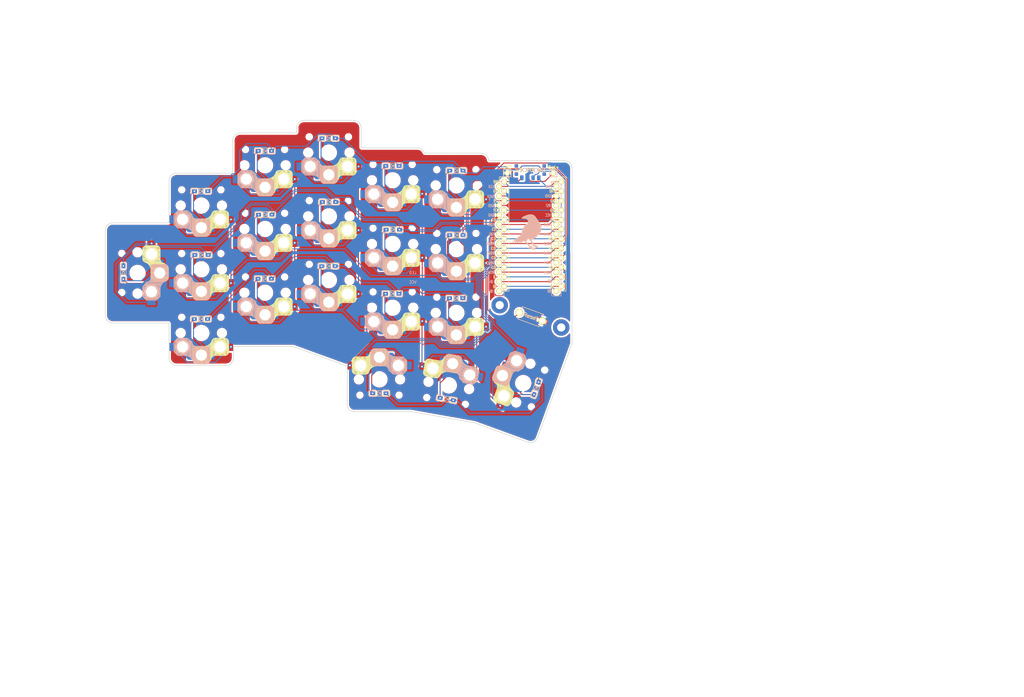
<source format=kicad_pcb>
(kicad_pcb (version 20211014) (generator pcbnew)
  (title_block (title "Raven Split 38-Key PCB (choc-hotswap-n!n)") (date "2023-10-22") (rev "0.1") (company "Joe Love"))
  (layers (0 "F.Cu" signal) (31 "B.Cu" signal) (34 "B.Paste" user) (35 "F.Paste" user) (36 "B.SilkS" user "B.Silkscreen") (37 "F.SilkS" user "F.Silkscreen") (38 "B.Mask" user) (39 "F.Mask" user) (44 "Edge.Cuts" user))
  (net 0 "")
  (net 1 "row0")
  (net 2 "row1")
  (net 3 "Net-(D2-Pad2)")
  (net 4 "row2")
  (net 5 "Net-(D3-Pad2)")
  (net 6 "row3")
  (net 7 "Net-(D4-Pad2)")
  (net 8 "Net-(D5-Pad2)")
  (net 9 "Net-(D6-Pad2)")
  (net 10 "Net-(D7-Pad2)")
  (net 11 "Net-(D8-Pad2)")
  (net 12 "Net-(D9-Pad2)")
  (net 13 "Net-(D10-Pad2)")
  (net 14 "Net-(D11-Pad2)")
  (net 15 "Net-(D12-Pad2)")
  (net 16 "Net-(D14-Pad2)")
  (net 17 "Net-(D15-Pad2)")
  (net 18 "Net-(D16-Pad2)")
  (net 19 "Net-(D17-Pad2)")
  (net 20 "Net-(D18-Pad2)")
  (net 21 "Net-(D19-Pad2)")
  (net 22 "Net-(D20-Pad2)")
  (net 23 "Net-(D21-Pad2)")
  (net 24 "GND")
  (net 25 "VCC")
  (net 26 "col0")
  (net 27 "col1")
  (net 28 "col2")
  (net 29 "col3")
  (net 30 "col4")
  (net 31 "col5")
  (net 32 "LED")
  (net 33 "data")
  (net 34 "reset")
  (net 35 "SCL")
  (net 36 "SDA")
  (net 37 "Net-(U1-Pad14)")
  (net 38 "Net-(U1-Pad13)")
  (net 39 "Net-(U1-Pad12)")
  (net 40 "Net-(U1-Pad11)")
  (net 41 "Net-(U1-Pad24)")
  (net 42 "Bat+")
  (footprint "kbd:D3_SMD" (layer "F.Cu") (at 65.6207 63.0157 180)
    (fp_text reference "D2" hide)
    (fp_text value "D" hide)
  )
  (footprint "kbd:D3_SMD" (layer "F.Cu") (at 82.6207 52.2657 180)
    (fp_text reference "D3" hide)
    (fp_text value "D" hide)
  )
  (footprint "kbd:D3_SMD" (layer "F.Cu") (at 99.6207 48.8907 180)
    (fp_text reference "D4" hide)
    (fp_text value "D" hide)
  )
  (footprint "kbd:D3_SMD" (layer "F.Cu") (at 116.6207 56.2657 180)
    (fp_text reference "D5" hide)
    (fp_text value "D" hide)
  )
  (footprint "kbd:D3_SMD" (layer "F.Cu") (at 133.6707 57.5157 180)
    (fp_text reference "D6" hide)
    (fp_text value "D" hide)
  )
  (footprint "kbd:D3_SMD" (layer "F.Cu") (at 44.8957 84.7157 -90)
    (fp_text reference "D7" hide)
    (fp_text value "D" hide)
  )
  (footprint "kbd:D3_SMD" (layer "F.Cu") (at 65.7207 80.0157 180)
    (fp_text reference "D8" hide)
    (fp_text value "D" hide)
  )
  (footprint "kbd:D3_SMD" (layer "F.Cu") (at 82.7207 69.2657 180)
    (fp_text reference "D9" hide)
    (fp_text value "D" hide)
  )
  (footprint "kbd:D3_SMD" (layer "F.Cu") (at 99.7207 65.8907 180)
    (fp_text reference "D10" hide)
    (fp_text value "D" hide)
  )
  (footprint "kbd:D3_SMD" (layer "F.Cu") (at 116.7207 73.2657 180)
    (fp_text reference "D11" hide)
    (fp_text value "D" hide)
  )
  (footprint "kbd:D3_SMD" (layer "F.Cu") (at 133.6707 74.7157 180)
    (fp_text reference "D12" hide)
    (fp_text value "D" hide)
  )
  (footprint "kbd:D3_SMD" (layer "F.Cu") (at 65.5707 97.1157 180)
    (fp_text reference "D14" hide)
    (fp_text value "D" hide)
  )
  (footprint "kbd:D3_SMD" (layer "F.Cu") (at 82.5707 86.3657 180)
    (fp_text reference "D15" hide)
    (fp_text value "D" hide)
  )
  (footprint "kbd:D3_SMD" (layer "F.Cu") (at 99.5707 82.9907 180)
    (fp_text reference "D16" hide)
    (fp_text value "D" hide)
  )
  (footprint "kbd:D3_SMD" (layer "F.Cu") (at 116.5707 90.3657 180)
    (fp_text reference "D17" hide)
    (fp_text value "D" hide)
  )
  (footprint "kbd:D3_SMD" (layer "F.Cu") (at 133.6207 91.5657 180)
    (fp_text reference "D18" hide)
    (fp_text value "D" hide)
  )
  (footprint "kbd:D3_SMD" (layer "F.Cu") (at 113.1457 116.9407 180)
    (fp_text reference "D19" hide)
    (fp_text value "D" hide)
  )
  (footprint "kbd:D3_SMD" (layer "F.Cu") (at 131.0912 118.4863 170)
    (fp_text reference "D20" hide)
    (fp_text value "D" hide)
  )
  (footprint "kbd:D3_SMD" (layer "F.Cu") (at 154.9698 115.5937 -110)
    (fp_text reference "D21" hide)
    (fp_text value "D" hide)
  )
  (footprint "kbd:Choc_Hotswap" (layer "F.Cu") (at 65.6707 66.8407 180)
    (fp_text reference "SW2" hide)
    (fp_text value "SW_PUSH" hide)
  )
  (footprint "kbd:Choc_Hotswap" (layer "F.Cu") (at 82.6707 56.0907 180)
    (fp_text reference "SW3" hide)
    (fp_text value "SW_PUSH" hide)
  )
  (footprint "kbd:Choc_Hotswap" (layer "F.Cu") (at 99.6707 52.7157 180)
    (fp_text reference "SW4" hide)
    (fp_text value "SW_PUSH" hide)
  )
  (footprint "kbd:Choc_Hotswap" (layer "F.Cu") (at 116.6707 60.0907 180)
    (fp_text reference "SW5" hide)
    (fp_text value "SW_PUSH" hide)
  )
  (footprint "kbd:Choc_Hotswap" (layer "F.Cu") (at 133.6707 61.4657 180)
    (fp_text reference "SW6" hide)
    (fp_text value "SW_PUSH" hide)
  )
  (footprint "kbd:Choc_Hotswap" (layer "F.Cu") (at 48.6707 84.8157 -90)
    (fp_text reference "SW7" hide)
    (fp_text value "SW_PUSH" hide)
  )
  (footprint "kbd:Choc_Hotswap" (layer "F.Cu") (at 65.6707 83.8407 180)
    (fp_text reference "SW8" hide)
    (fp_text value "SW_PUSH" hide)
  )
  (footprint "kbd:Choc_Hotswap" (layer "F.Cu") (at 82.6707 73.0907 180)
    (fp_text reference "SW9" hide)
    (fp_text value "SW_PUSH" hide)
  )
  (footprint "kbd:Choc_Hotswap" (layer "F.Cu") (at 99.6707 69.7157 180)
    (fp_text reference "SW10" hide)
    (fp_text value "SW_PUSH" hide)
  )
  (footprint "kbd:Choc_Hotswap" (layer "F.Cu") (at 116.6707 77.0907 180)
    (fp_text reference "SW11" hide)
    (fp_text value "SW_PUSH" hide)
  )
  (footprint "kbd:Choc_Hotswap" (layer "F.Cu") (at 133.6707 78.4657 180)
    (fp_text reference "SW12" hide)
    (fp_text value "SW_PUSH" hide)
  )
  (footprint "kbd:Choc_Hotswap" (layer "F.Cu") (at 65.6707 100.8407 180)
    (fp_text reference "SW14" hide)
    (fp_text value "SW_PUSH" hide)
  )
  (footprint "kbd:Choc_Hotswap" (layer "F.Cu") (at 82.6707 90.0907 180)
    (fp_text reference "SW15" hide)
    (fp_text value "SW_PUSH" hide)
  )
  (footprint "kbd:Choc_Hotswap" (layer "F.Cu") (at 99.6707 86.7157 180)
    (fp_text reference "SW16" hide)
    (fp_text value "SW_PUSH" hide)
  )
  (footprint "kbd:Choc_Hotswap" (layer "F.Cu") (at 116.6707 94.0907 180)
    (fp_text reference "SW17" hide)
    (fp_text value "SW_PUSH" hide)
  )
  (footprint "kbd:Choc_Hotswap" (layer "F.Cu") (at 133.6707 95.4657 180)
    (fp_text reference "SW18" hide)
    (fp_text value "SW_PUSH" hide)
  )
  (footprint "kbd:Choc_Hotswap" (layer "F.Cu") (at 113.1707 113.2157)
    (fp_text reference "SW19" hide)
    (fp_text value "SW_PUSH" hide)
  )
  (footprint "kbd:Choc_Hotswap" (layer "F.Cu") (at 131.6491 114.8238 -10)
    (fp_text reference "SW20" hide)
    (fp_text value "SW_PUSH" hide)
  )
  (footprint "kbd:ProMicro_v2" (layer "F.Cu") (at 153.9707 74.9407)
    (fp_text reference "U1" hide)
    (fp_text value "ProMicro" hide)
  )
  (footprint "kbd:ResetSW" (layer "F.Cu") (at 153.4957 96.4907 160)
    (fp_text reference "RSW1" hide)
    (fp_text value "Reset")
  )
  (footprint "kbd:Choc_Hotswap_1.5u" (layer "F.Cu") (at 151.5 114.2 70)
    (fp_text reference "SW21" hide)
    (fp_text value "SW_PUSH" hide)
  )
  (footprint "Kailh:SPDT_C128955" (layer "F.Cu") (at 153.3707 57.3657)
    (fp_text reference "SW_POWER")
    (fp_text value "SW_SPDT" hide)
  )
  (footprint "LOGO" (layer "F.Cu") (at 152.321931 73.949057)
    (fp_text reference "G***" hide)
    (fp_text value "LOGO" hide)
  )
  (footprint "MountingHole:MountingHole_2.2mm_M2_Pad" (layer "F.Cu") (at 161.6207 99.3657)
    (fp_text reference "M2_1" hide)
    (fp_text value "MountingHole_2.2mm_M2_Pad" hide)
  )
  (footprint "kbd:1pin_conn" (layer "F.Cu") (at 147.2457 58.1657)
    (fp_text reference "GND")
    (fp_text value "MountingHole_Pad" hide)
  )
  (footprint "kbd:1pin_conn" (layer "F.Cu") (at 159.4957 58.1657)
    (fp_text reference "Bat+")
    (fp_text value "MountingHole_Pad" hide)
  )
  (footprint "MountingHole:MountingHole_2.2mm_M2_Pad" (layer "F.Cu") (at 145.2207 93.4157)
    (fp_text reference "M2_0" hide)
    (fp_text value "MountingHole_2.2mm_M2_Pad" hide)
  )
  (footprint "Kailh:SPDT_C128955" (layer "B.Cu") (at 153.3707 57.3657 180)
    (fp_text reference "SW_POWER")
    (fp_text value "SW_SPDT" hide)
  )
  (footprint "LOGO" (layer "B.Cu") (at 152.4 73.95 180)
    (fp_text reference "G***" hide)
    (fp_text value "LOGO" hide)
  )
  (gr_line (start 90.8707 47.4657) (end 76.0707 47.4657) (layer "Edge.Cuts") (width 0.15))
  (gr_line (start 123.2707 51.4657) (end 108.4707 51.4657) (layer "Edge.Cuts") (width 0.15))
  (gr_line (start 106.2707 44.1157) (end 93.0707 44.1157) (layer "Edge.Cuts") (width 0.15))
  (gr_line (start 57.0707 98.3657) (end 57.0707 107.4657) (layer "Edge.Cuts") (width 0.15))
  (gr_line (start 74.2707 107.4657) (end 74.2707 104.6657) (layer "Edge.Cuts") (width 0.15))
  (gr_arc (start 104.3707 109.6157) (mid 104.510456 109.739196) (end 104.5707 109.9157) (layer "Edge.Cuts") (width 0.15))
  (gr_line (start 121.7207 121.8157) (end 138.545756 124.810697) (layer "Edge.Cuts") (width 0.15))
  (gr_line (start 108.2707 51.2657) (end 108.2707 46.1157) (layer "Edge.Cuts") (width 0.15))
  (gr_line (start 40.070699 73.4657) (end 40.0707 96.165699) (layer "Edge.Cuts") (width 0.15))
  (gr_arc (start 42.0707 98.1657) (mid 40.656486 97.579913) (end 40.0707 96.165699) (layer "Edge.Cuts") (width 0.15))
  (gr_arc (start 125.3207 52.8657) (mid 125.195686 52.824039) (end 125.1207 52.7157) (layer "Edge.Cuts") (width 0.15))
  (gr_arc (start 106.2707 44.1157) (mid 107.684914 44.701486) (end 108.2707 46.1157) (layer "Edge.Cuts") (width 0.15))
  (gr_line (start 121.6707 121.8157) (end 121.7207 121.8157) (layer "Edge.Cuts") (width 0.15))
  (gr_arc (start 74.2707 104.6657) (mid 74.329279 104.524279) (end 74.4707 104.4657) (layer "Edge.Cuts") (width 0.15))
  (gr_line (start 73.8707 58.2157) (end 59.0707 58.2157) (layer "Edge.Cuts") (width 0.15))
  (gr_arc (start 74.0707 49.4657) (mid 74.656486 48.051486) (end 76.0707 47.4657) (layer "Edge.Cuts") (width 0.15))
  (gr_line (start 56.8707 71.4657) (end 42.0707 71.4657) (layer "Edge.Cuts") (width 0.15))
  (gr_line (start 152.762431 129.980753) (end 138.545756 124.810697) (layer "Edge.Cuts") (width 0.15))
  (gr_arc (start 59.0707 109.4657) (mid 57.656486 108.879914) (end 57.0707 107.4657) (layer "Edge.Cuts") (width 0.15))
  (gr_arc (start 123.2707 51.4657) (mid 124.387056 51.807494) (end 125.1207 52.7157) (layer "Edge.Cuts") (width 0.15))
  (gr_arc (start 155.325857 128.785408) (mid 154.29174 129.91404) (end 152.762431 129.980753) (layer "Edge.Cuts") (width 0.15))
  (gr_line (start 104.5707 119.8157) (end 104.5707 109.9157) (layer "Edge.Cuts") (width 0.15))
  (gr_line (start 74.4707 104.4657) (end 89.9457 104.4407) (layer "Edge.Cuts") (width 0.15))
  (gr_line (start 106.5707 121.8157) (end 121.6707 121.8157) (layer "Edge.Cuts") (width 0.15))
  (gr_arc (start 57.0707 71.2657) (mid 57.012121 71.407121) (end 56.8707 71.4657) (layer "Edge.Cuts") (width 0.15))
  (gr_arc (start 40.070699 73.4657) (mid 40.656486 72.051486) (end 42.0707 71.4657) (layer "Edge.Cuts") (width 0.15))
  (gr_line (start 140.2707 52.8657) (end 125.3207 52.8657) (layer "Edge.Cuts") (width 0.15))
  (gr_arc (start 164.492247 103.542106) (mid 164.487351 103.648405) (end 164.452247 103.748859) (layer "Edge.Cuts") (width 0.15))
  (gr_arc (start 162.506486 54.8657) (mid 163.920709 55.451481) (end 164.506486 56.8657) (layer "Edge.Cuts") (width 0.15))
  (gr_line (start 164.492247 103.542106) (end 164.506486 56.8657) (layer "Edge.Cuts") (width 0.15))
  (gr_line (start 104.3707 109.6157) (end 90.3707 104.520154) (layer "Edge.Cuts") (width 0.15))
  (gr_line (start 91.0707 46.1157) (end 91.0707 47.2657) (layer "Edge.Cuts") (width 0.15))
  (gr_line (start 59.0707 109.4657) (end 72.2707 109.4657) (layer "Edge.Cuts") (width 0.15))
  (gr_line (start 74.0707 49.4657) (end 74.0707 58.0157) (layer "Edge.Cuts") (width 0.15))
  (gr_arc (start 91.0707 46.1157) (mid 91.656486 44.701486) (end 93.0707 44.1157) (layer "Edge.Cuts") (width 0.15))
  (gr_arc (start 142.4707 54.8657) (mid 142.329279 54.807121) (end 142.2707 54.6657) (layer "Edge.Cuts") (width 0.15))
  (gr_arc (start 74.0707 58.0157) (mid 74.012121 58.157121) (end 73.8707 58.2157) (layer "Edge.Cuts") (width 0.15))
  (gr_arc (start 74.2707 107.4657) (mid 73.684914 108.879914) (end 72.2707 109.4657) (layer "Edge.Cuts") (width 0.15))
  (gr_arc (start 140.2707 52.8657) (mid 141.616059 53.381965) (end 142.2707 54.6657) (layer "Edge.Cuts") (width 0.15))
  (gr_arc (start 106.5707 121.8157) (mid 105.156486 121.229914) (end 104.5707 119.8157) (layer "Edge.Cuts") (width 0.15))
  (gr_arc (start 89.9457 104.4407) (mid 90.161843 104.460937) (end 90.3707 104.520154) (layer "Edge.Cuts") (width 0.15))
  (gr_line (start 142.4707 54.8657) (end 162.506486 54.8657) (layer "Edge.Cuts") (width 0.15))
  (gr_arc (start 91.0707 47.2657) (mid 91.012121 47.407121) (end 90.8707 47.4657) (layer "Edge.Cuts") (width 0.15))
  (gr_arc (start 56.8707 98.1657) (mid 57.012121 98.224279) (end 57.0707 98.3657) (layer "Edge.Cuts") (width 0.15))
  (gr_arc (start 108.4707 51.4657) (mid 108.329279 51.407121) (end 108.2707 51.2657) (layer "Edge.Cuts") (width 0.15))
  (gr_line (start 164.452247 103.748859) (end 155.325857 128.785408) (layer "Edge.Cuts") (width 0.15))
  (gr_arc (start 57.0707 60.2157) (mid 57.656486 58.801486) (end 59.0707 58.2157) (layer "Edge.Cuts") (width 0.15))
  (gr_line (start 42.0707 98.1657) (end 56.8707 98.1657) (layer "Edge.Cuts") (width 0.15))
  (gr_line (start 57.0707 60.2157) (end 57.0707 71.2657) (layer "Edge.Cuts") (width 0.15))
  (gr_text "VCC" (at 122.0707 87.2657) (layer "B.SilkS") (effects (font (size 0.7 0.7) (thickness 0.125)) (justify mirror)))
  (gr_text "GND" (at 121.970701 82.0657) (layer "B.SilkS") (effects (font (size 0.7 0.7) (thickness 0.125)) (justify mirror)))
  (gr_text "LED" (at 122.0707 84.7657) (layer "B.SilkS") (effects (font (size 0.7 0.7) (thickness 0.125)) (justify mirror)))
  (segment (start 158.783449 76.9727) (end 160.053449 75.7027) (width 0.25) (layer "F.Cu") (net 1))
  (segment (start 145.0807 76.9727) (end 158.783449 76.9727) (width 0.25) (layer "F.Cu") (net 1))
  (segment (start 160.053449 75.7027) (end 161.6271 75.7027) (width 0.25) (layer "F.Cu") (net 1))
  (via (at 67.3957 63.0157) (size 0.8) (drill 0.4) (layers "F.Cu" "B.Cu") (net 1))
  (via (at 135.44 57.51) (size 0.8) (drill 0.4) (layers "F.Cu" "B.Cu") (net 1))
  (via (at 101.4025 48.8975) (size 0.8) (drill 0.4) (layers "F.Cu" "B.Cu") (net 1))
  (via (at 118.3957 56.2657) (size 0.8) (drill 0.4) (layers "F.Cu" "B.Cu") (net 1))
  (via (at 84.3957 52.2657) (size 0.8) (drill 0.4) (layers "F.Cu" "B.Cu") (net 1))
  (segment (start 162.7141 59.8141) (end 160.0422 57.1422) (width 0.25) (layer "B.Cu") (net 1))
  (segment (start 103.5975 48.8975) (end 101.4025 48.8975) (width 0.25) (layer "B.Cu") (net 1))
  (segment (start 71.4114 59) (end 73.3 59) (width 0.25) (layer "B.Cu") (net 1))
  (segment (start 162.7141 74.6157) (end 162.7141 59.8141) (width 0.25) (layer "B.Cu") (net 1))
  (segment (start 132.945699 55.015699) (end 135.44 57.51) (width 0.25) (layer "B.Cu") (net 1))
  (segment (start 117.145699 55.015699) (end 109.715699 55.015699) (width 0.25) (layer "B.Cu") (net 1))
  (segment (start 83.225 50.325) (end 84.3957 51.4957) (width 0.25) (layer "B.Cu") (net 1))
  (segment (start 73.95 58.35) (end 74.55 58.35) (width 0.25) (layer "B.Cu") (net 1))
  (segment (start 77.778961 50.325) (end 83.225 50.325) (width 0.25) (layer "B.Cu") (net 1))
  (segment (start 160.0422 57.1422) (end 156.4422 57.1422) (width 0.25) (layer "B.Cu") (net 1))
  (segment (start 75.895699 57.004301) (end 75.895699 52.208262) (width 0.25) (layer "B.Cu") (net 1))
  (segment (start 74.55 58.35) (end 75.895699 57.004301) (width 0.25) (layer "B.Cu") (net 1))
  (segment (start 155.55 56.25) (end 156.4422 57.1422) (width 0.25) (layer "B.Cu") (net 1))
  (segment (start 136.070701 58.140701) (end 139.259299 58.140701) (width 0.25) (layer "B.Cu") (net 1))
  (segment (start 96.85 47.75) (end 100.255 47.75) (width 0.25) (layer "B.Cu") (net 1))
  (segment (start 147.027448 56.5) (end 147.877448 57.35) (width 0.25) (layer "B.Cu") (net 1))
  (segment (start 101.3957 48.8907) (end 101.4025 48.8975) (width 0.25) (layer "B.Cu") (net 1))
  (segment (start 139.259299 58.140701) (end 140.9 56.5) (width 0.25) (layer "B.Cu") (net 1))
  (segment (start 101.4025 48.8975) (end 101.895701 49.390701) (width 0.25) (layer "B.Cu") (net 1))
  (segment (start 100.255 47.75) (end 101.3957 48.8907) (width 0.25) (layer "B.Cu") (net 1))
  (segment (start 67.3957 63.0157) (end 71.4114 59) (width 0.25) (layer "B.Cu") (net 1))
  (segment (start 73.3 59) (end 73.95 58.35) (width 0.25) (layer "B.Cu") (net 1))
  (segment (start 147.877448 57.35) (end 150.1364 57.35) (width 0.25) (layer "B.Cu") (net 1))
  (segment (start 150.1364 57.35) (end 151.2364 56.25) (width 0.25) (layer "B.Cu") (net 1))
  (segment (start 93.584301 51.015699) (end 96.85 47.75) (width 0.25) (layer "B.Cu") (net 1))
  (segment (start 85.645701 51.015699) (end 93.584301 51.015699) (width 0.25) (layer "B.Cu") (net 1))
  (segment (start 140.9 56.5) (end 147.027448 56.5) (width 0.25) (layer "B.Cu") (net 1))
  (segment (start 135.4457 57.5157) (end 136.070701 58.140701) (width 0.25) (layer "B.Cu") (net 1))
  (segment (start 151.2364 56.25) (end 155.55 56.25) (width 0.25) (layer "B.Cu") (net 1))
  (segment (start 84.3957 52.2657) (end 85.645701 51.015699) (width 0.25) (layer "B.Cu") (net 1))
  (segment (start 84.3957 51.4957) (end 84.3957 52.2657) (width 0.25) (layer "B.Cu") (net 1))
  (segment (start 161.6271 75.7027) (end 162.7141 74.6157) (width 0.25) (layer "B.Cu") (net 1))
  (segment (start 75.895699 52.208262) (end 77.778961 50.325) (width 0.25) (layer "B.Cu") (net 1))
  (segment (start 118.3957 56.2657) (end 119.645701 55.015699) (width 0.25) (layer "B.Cu") (net 1))
  (segment (start 135.44 57.51) (end 135.4457 57.5157) (width 0.25) (layer "B.Cu") (net 1))
  (segment (start 109.715699 55.015699) (end 103.5975 48.8975) (width 0.25) (layer "B.Cu") (net 1))
  (segment (start 118.3957 56.2657) (end 117.145699 55.015699) (width 0.25) (layer "B.Cu") (net 1))
  (segment (start 119.645701 55.015699) (end 132.945699 55.015699) (width 0.25) (layer "B.Cu") (net 1))
  (segment (start 156.4 57.1) (end 159.877448 57.1) (width 0.25) (layer "F.Cu") (net 2))
  (segment (start 155.55 56.25) (end 156.4 57.1) (width 0.25) (layer "F.Cu") (net 2))
  (segment (start 145.0807 79.5127) (end 158.783449 79.5127) (width 0.25) (layer "F.Cu") (net 2))
  (segment (start 151.25 56.25) (end 155.55 56.25) (width 0.25) (layer "F.Cu") (net 2))
  (segment (start 150.4593 57.0407) (end 151.25 56.25) (width 0.25) (layer "F.Cu") (net 2))
  (segment (start 137.894049 63.290699) (end 139.15 63.290699) (width 0.25) (layer "F.Cu") (net 2))
  (segment (start 136.795699 72.240697) (end 136.795699 64.389049) (width 0.25) (layer "F.Cu") (net 2))
  (segment (start 145.399999 57.0407) (end 150.4593 57.0407) (width 0.25) (layer "F.Cu") (net 2))
  (segment (start 139.15 63.290699) (end 145.399999 57.0407) (width 0.25) (layer "F.Cu") (net 2))
  (segment (start 162.7141 59.936652) (end 162.7141 77.1557) (width 0.25) (layer "F.Cu") (net 2))
  (segment (start 162.7141 77.1557) (end 161.6271 78.2427) (width 0.25) (layer "F.Cu") (net 2))
  (segment (start 136.795699 64.389049) (end 137.894049 63.290699) (width 0.25) (layer "F.Cu") (net 2))
  (segment (start 135.4 73.636396) (end 136.795699 72.240697) (width 0.25) (layer "F.Cu") (net 2))
  (segment (start 159.877448 57.1) (end 162.7141 59.936652) (width 0.25) (layer "F.Cu") (net 2))
  (segment (start 135.4 74.67) (end 135.4 73.636396) (width 0.25) (layer "F.Cu") (net 2))
  (segment (start 158.783449 79.5127) (end 160.053449 78.2427) (width 0.25) (layer "F.Cu") (net 2))
  (segment (start 160.053449 78.2427) (end 161.6271 78.2427) (width 0.25) (layer "F.Cu") (net 2))
  (segment (start 135.44 74.71) (end 135.4 74.67) (width 0.25) (layer "F.Cu") (net 2))
  (via (at 135.44 74.71) (size 0.8) (drill 0.4) (layers "F.Cu" "B.Cu") (net 2))
  (via (at 118.4957 73.2657) (size 0.8) (drill 0.4) (layers "F.Cu" "B.Cu") (net 2))
  (via (at 84.4957 69.2657) (size 0.8) (drill 0.4) (layers "F.Cu" "B.Cu") (net 2))
  (via (at 44.8957 82.9407) (size 0.8) (drill 0.4) (layers "F.Cu" "B.Cu") (net 2))
  (via (at 67.4957 80.0157) (size 0.8) (drill 0.4) (layers "F.Cu" "B.Cu") (net 2))
  (via (at 101.4957 65.8907) (size 0.8) (drill 0.4) (layers "F.Cu" "B.Cu") (net 2))
  (segment (start 135.44 74.71) (end 135.4457 74.7157) (width 0.25) (layer "B.Cu") (net 2))
  (segment (start 48.540235 77.4) (end 44.8957 81.044535) (width 0.25) (layer "B.Cu") (net 2))
  (segment (start 78.325701 69.360699) (end 78.325701 67.414656) (width 0.25) (layer "B.Cu") (net 2))
  (segment (start 118.4957 71.8457) (end 117.45 70.8) (width 0.25) (layer "B.Cu") (net 2))
  (segment (start 108.937561 70.8) (end 104.028261 65.8907) (width 0.25) (layer "B.Cu") (net 2))
  (segment (start 118.4957 73.2657) (end 118.4957 71.8457) (width 0.25) (layer "B.Cu") (net 2))
  (segment (start 90.7614 63) (end 98.95 63) (width 0.25) (layer "B.Cu") (net 2))
  (segment (start 121.484299 73.765701) (end 127.71326 73.765701) (width 0.25) (layer "B.Cu") (net 2))
  (segment (start 134.4 71.75) (end 135.4457 72.7957) (width 0.25) (layer "B.Cu") (net 2))
  (segment (start 117.45 70.8) (end 108.937561 70.8) (width 0.25) (layer "B.Cu") (net 2))
  (segment (start 120.984298 73.2657) (end 121.484299 73.765701) (width 0.25) (layer "B.Cu") (net 2))
  (segment (start 84.4957 69.2657) (end 90.7614 63) (width 0.25) (layer "B.Cu") (net 2))
  (segment (start 52.140699 77.940699) (end 51.6 77.4) (width 0.25) (layer "B.Cu") (net 2))
  (segment (start 65.420699 77.940699) (end 52.140699 77.940699) (width 0.25) (layer "B.Cu") (net 2))
  (segment (start 67.4957 80.0157) (end 65.420699 77.940699) (width 0.25) (layer "B.Cu") (net 2))
  (segment (start 51.6 77.4) (end 48.540235 77.4) (width 0.25) (layer "B.Cu") (net 2))
  (segment (start 83.45 66.65) (end 84.4957 67.6957) (width 0.25) (layer "B.Cu") (net 2))
  (segment (start 127.71326 73.765701) (end 129.728961 71.75) (width 0.25) (layer "B.Cu") (net 2))
  (segment (start 67.4957 80.0157) (end 67.6707 80.0157) (width 0.25) (layer "B.Cu") (net 2))
  (segment (start 67.6707 80.0157) (end 78.325701 69.360699) (width 0.25) (layer "B.Cu") (net 2))
  (segment (start 129.728961 71.75) (end 134.4 71.75) (width 0.25) (layer "B.Cu") (net 2))
  (segment (start 84.4957 67.6957) (end 84.4957 69.2657) (width 0.25) (layer "B.Cu") (net 2))
  (segment (start 78.325701 67.414656) (end 79.090357 66.65) (width 0.25) (layer "B.Cu") (net 2))
  (segment (start 98.95 63) (end 101.4957 65.5457) (width 0.25) (layer "B.Cu") (net 2))
  (segment (start 101.4957 65.5457) (end 101.4957 65.8907) (width 0.25) (layer "B.Cu") (net 2))
  (segment (start 118.4957 73.2657) (end 120.984298 73.2657) (width 0.25) (layer "B.Cu") (net 2))
  (segment (start 135.4457 72.7957) (end 135.4457 74.7157) (width 0.25) (layer "B.Cu") (net 2))
  (segment (start 104.028261 65.8907) (end 101.4957 65.8907) (width 0.25) (layer "B.Cu") (net 2))
  (segment (start 44.8957 81.044535) (end 44.8957 82.9407) (width 0.25) (layer "B.Cu") (net 2))
  (segment (start 79.090357 66.65) (end 83.45 66.65) (width 0.25) (layer "B.Cu") (net 2))
  (segment (start 62.8707 72.7407) (end 62.8707 63.9907) (width 0.25) (layer "F.Cu") (net 3))
  (segment (start 62.8707 63.9907) (end 63.8457 63.0157) (width 0.25) (layer "F.Cu") (net 3))
  (via (at 63.8457 63.0157) (size 0.8) (drill 0.4) (layers "F.Cu" "B.Cu") (net 3))
  (segment (start 63.595699 63.265701) (end 63.595699 67.865699) (width 0.25) (layer "B.Cu") (net 3))
  (segment (start 63.8457 63.0157) (end 63.595699 63.265701) (width 0.25) (layer "B.Cu") (net 3))
  (segment (start 63.595699 67.865699) (end 68.4707 72.7407) (width 0.25) (layer "B.Cu") (net 3))
  (segment (start 158.904544 55.4907) (end 146.313603 55.4907) (width 0.25) (layer "F.Cu") (net 4))
  (segment (start 161.6271 80.7827) (end 163.1641 79.2457) (width 0.25) (layer "F.Cu") (net 4))
  (segment (start 137.895699 62.652653) (end 136.345699 64.202653) (width 0.25) (layer "F.Cu") (net 4))
  (segment (start 135.745701 83.645701) (end 136.795699 84.695699) (width 0.25) (layer "F.Cu") (net 4))
  (segment (start 146.313603 55.4907) (end 141.613604 60.190699) (width 0.25) (layer "F.Cu") (net 4))
  (segment (start 159.7173 80.7827) (end 161.6271 80.7827) (width 0.25) (layer "F.Cu") (net 4))
  (segment (start 134.25 76.1) (end 135.745701 77.595701) (width 0.25) (layer "F.Cu") (net 4))
  (segment (start 134.25 74.15) (end 134.25 76.1) (width 0.25) (layer "F.Cu") (net 4))
  (segment (start 136.795699 90.165701) (end 135.3957 91.5657) (width 0.25) (layer "F.Cu") (net 4))
  (segment (start 158.4473 82.0527) (end 159.7173 80.7827) (width 0.25) (layer "F.Cu") (net 4))
  (segment (start 145.0807 82.0527) (end 158.4473 82.0527) (width 0.25) (layer "F.Cu") (net 4))
  (segment (start 163.1641 79.2457) (end 163.1641 59.750256) (width 0.25) (layer "F.Cu") (net 4))
  (segment (start 136.345699 72.054301) (end 134.25 74.15) (width 0.25) (layer "F.Cu") (net 4))
  (segment (start 136.345699 64.202653) (end 136.345699 72.054301) (width 0.25) (layer "F.Cu") (net 4))
  (segment (start 163.1641 59.750256) (end 158.904544 55.4907) (width 0.25) (layer "F.Cu") (net 4))
  (segment (start 141.613604 60.190699) (end 138.642577 60.190699) (width 0.25) (layer "F.Cu") (net 4))
  (segment (start 138.642577 60.190699) (end 137.895699 60.937577) (width 0.25) (layer "F.Cu") (net 4))
  (segment (start 137.895699 60.937577) (end 137.895699 62.652653) (width 0.25) (layer "F.Cu") (net 4))
  (segment (start 135.745701 77.595701) (end 135.745701 83.645701) (width 0.25) (layer "F.Cu") (net 4))
  (segment (start 136.795699 84.695699) (end 136.795699 90.165701) (width 0.25) (layer "F.Cu") (net 4))
  (via (at 118.3457 90.3657) (size 0.8) (drill 0.4) (layers "F.Cu" "B.Cu") (net 4))
  (via (at 101.3457 82.9907) (size 0.8) (drill 0.4) (layers "F.Cu" "B.Cu") (net 4))
  (via (at 84.3343 86.3657) (size 0.8) (drill 0.4) (layers "F.Cu" "B.Cu") (net 4))
  (via (at 67.3457 97.1157) (size 0.8) (drill 0.4) (layers "F.Cu" "B.Cu") (net 4))
  (via (at 135.3957 91.5657) (size 0.8) (drill 0.4) (layers "F.Cu" "B.Cu") (net 4))
  (segment (start 79.85 84) (end 82.5 84) (width 0.25) (layer "B.Cu") (net 4))
  (segment (start 101.3457 82.9907) (end 104.128261 82.9907) (width 0.25) (layer "B.Cu") (net 4))
  (segment (start 84.3457 85.8457) (end 84.3457 86.3657) (width 0.25) (layer "B.Cu") (net 4))
  (segment (start 90.4364 80.45) (end 84.5207 86.3657) (width 0.25) (layer "B.Cu") (net 4))
  (segment (start 119.695701 89.015699) (end 123.215699 89.015699) (width 0.25) (layer "B.Cu") (net 4))
  (segment (start 67.5207 97.1157) (end 78.4932 86.1432) (width 0.25) (layer "B.Cu") (net 4))
  (segment (start 82.5 84) (end 84.3457 85.8457) (width 0.25) (layer "B.Cu") (net 4))
  (segment (start 84.3343 86.3657) (end 84.3457 86.3657) (width 0.25) (layer "B.Cu") (net 4))
  (segment (start 124.45 90.25) (end 134.08 90.25) (width 0.25) (layer "B.Cu") (net 4))
  (segment (start 118.3457 90.3657) (end 119.695701 89.015699) (width 0.25) (layer "B.Cu") (net 4))
  (segment (start 115.38 87.4) (end 118.3457 90.3657) (width 0.25) (layer "B.Cu") (net 4))
  (segment (start 78.4932 86.1432) (end 78.4932 85.3568) (width 0.25) (layer "B.Cu") (net 4))
  (segment (start 123.215699 89.015699) (end 124.45 90.25) (width 0.25) (layer "B.Cu") (net 4))
  (segment (start 78.4932 85.3568) (end 79.85 84) (width 0.25) (layer "B.Cu") (net 4))
  (segment (start 104.128261 82.9907) (end 108.53756 87.4) (width 0.25) (layer "B.Cu") (net 4))
  (segment (start 108.53756 87.4) (end 115.38 87.4) (width 0.25) (layer "B.Cu") (net 4))
  (segment (start 67.3457 97.1157) (end 67.5207 97.1157) (width 0.25) (layer "B.Cu") (net 4))
  (segment (start 101.3457 82.9907) (end 98.805 80.45) (width 0.25) (layer "B.Cu") (net 4))
  (segment (start 134.08 90.25) (end 135.3957 91.5657) (width 0.25) (layer "B.Cu") (net 4))
  (segment (start 84.5207 86.3657) (end 84.3457 86.3657) (width 0.25) (layer "B.Cu") (net 4))
  (segment (start 98.805 80.45) (end 90.4364 80.45) (width 0.25) (layer "B.Cu") (net 4))
  (segment (start 79.8707 61.9907) (end 79.8707 53.2407) (width 0.25) (layer "F.Cu") (net 5))
  (segment (start 79.8707 53.2407) (end 80.8457 52.2657) (width 0.25) (layer "F.Cu") (net 5))
  (via (at 80.8457 52.2657) (size 0.8) (drill 0.4) (layers "F.Cu" "B.Cu") (net 5))
  (segment (start 83.63 60.15) (end 85.4707 61.9907) (width 0.25) (layer "B.Cu") (net 5))
  (segment (start 80.595699 52.515701) (end 80.595699 57.495699) (width 0.25) (layer "B.Cu") (net 5))
  (segment (start 80.595699 57.495699) (end 83.25 60.15) (width 0.25) (layer "B.Cu") (net 5))
  (segment (start 83.25 60.15) (end 83.63 60.15) (width 0.25) (layer "B.Cu") (net 5))
  (segment (start 80.8457 52.2657) (end 80.595699 52.515701) (width 0.25) (layer "B.Cu") (net 5))
  (segment (start 157.874701 94.375299) (end 162.7141 89.5359) (width 0.25) (layer "F.Cu") (net 6))
  (segment (start 157.874701 98.151098) (end 157.874701 94.375299) (width 0.25) (layer "F.Cu") (net 6))
  (segment (start 160.053449 83.3227) (end 161.6271 83.3227) (width 0.25) (layer "F.Cu") (net 6))
  (segment (start 155.576886 113.925746) (end 155.576886 100.448913) (width 0.25) (layer "F.Cu") (net 6))
  (segment (start 158.783449 84.5927) (end 160.053449 83.3227) (width 0.25) (layer "F.Cu") (net 6))
  (segment (start 155.224701 113.573561) (end 155.576886 113.925746) (width 0.25) (layer "F.Cu") (net 6))
  (segment (start 155.576886 100.448913) (end 157.874701 98.151098) (width 0.25) (layer "F.Cu") (net 6))
  (segment (start 162.7141 89.5359) (end 162.7141 84.4097) (width 0.25) (layer "F.Cu") (net 6))
  (segment (start 162.7141 84.4097) (end 161.6271 83.3227) (width 0.25) (layer "F.Cu") (net 6))
  (segment (start 145.0807 84.5927) (end 158.783449 84.5927) (width 0.25) (layer "F.Cu") (net 6))
  (via (at 132.839234 118.794526) (size 0.8) (drill 0.4) (layers "F.Cu" "B.Cu") (net 6))
  (via (at 114.9207 116.9407) (size 0.8) (drill 0.4) (layers "F.Cu" "B.Cu") (net 6))
  (via (at 155.576886 113.925746) (size 0.8) (drill 0.4) (layers "F.Cu" "B.Cu") (net 6))
  (segment (start 153.220242 122.220242) (end 156.55 118.890483) (width 0.25) (layer "B.Cu") (net 6))
  (segment (start 132.839234 118.794526) (end 133.751125 118.794526) (width 0.25) (layer "B.Cu") (net 6))
  (segment (start 156.55 118.890483) (end 156.55 114.89886) (width 0.25) (layer "B.Cu") (net 6))
  (segment (start 137.176841 122.220242) (end 153.220242 122.220242) (width 0.25) (layer "B.Cu") (net 6))
  (segment (start 156.55 114.89886) (end 155.576886 113.925746) (width 0.25) (layer "B.Cu") (net 6))
  (segment (start 117.98 120) (end 129.65 120) (width 0.25) (layer "B.Cu") (net 6))
  (segment (start 129.65 120) (end 130.855474 118.794526) (width 0.25) (layer "B.Cu") (net 6))
  (segment (start 133.751125 118.794526) (end 137.176841 122.220242) (width 0.25) (layer "B.Cu") (net 6))
  (segment (start 155.224701 113.573561) (end 155.576886 113.925746) (width 0.25) (layer "B.Cu") (net 6))
  (segment (start 130.855474 118.794526) (end 132.839234 118.794526) (width 0.25) (layer "B.Cu") (net 6))
  (segment (start 114.9207 116.9407) (end 117.98 120) (width 0.25) (layer "B.Cu") (net 6))
  (segment (start 96.8707 58.6157) (end 96.8707 49.8657) (width 0.25) (layer "F.Cu") (net 7))
  (segment (start 96.8707 49.8657) (end 97.8457 48.8907) (width 0.25) (layer "F.Cu") (net 7))
  (via (at 97.8457 48.8907) (size 0.8) (drill 0.4) (layers "F.Cu" "B.Cu") (net 7))
  (segment (start 97.8457 48.8907) (end 97.595699 49.140701) (width 0.25) (layer "B.Cu") (net 7))
  (segment (start 97.595699 53.740699) (end 102.4707 58.6157) (width 0.25) (layer "B.Cu") (net 7))
  (segment (start 97.595699 49.140701) (end 97.595699 53.740699) (width 0.25) (layer "B.Cu") (net 7))
  (segment (start 113.8707 65.9907) (end 113.8707 57.2407) (width 0.25) (layer "F.Cu") (net 8))
  (segment (start 113.8707 57.2407) (end 114.8457 56.2657) (width 0.25) (layer "F.Cu") (net 8))
  (via (at 114.8457 56.2657) (size 0.8) (drill 0.4) (layers "F.Cu" "B.Cu") (net 8))
  (segment (start 114.8457 56.2657) (end 114.595699 56.515701) (width 0.25) (layer "B.Cu") (net 8))
  (segment (start 114.595699 56.515701) (end 114.595699 61.115699) (width 0.25) (layer "B.Cu") (net 8))
  (segment (start 114.595699 61.115699) (end 119.4707 65.9907) (width 0.25) (layer "B.Cu") (net 8))
  (segment (start 130.8707 58.5407) (end 131.8957 57.5157) (width 0.25) (layer "F.Cu") (net 9))
  (segment (start 130.8707 67.3657) (end 130.8707 58.5407) (width 0.25) (layer "F.Cu") (net 9))
  (via (at 131.8957 57.5157) (size 0.8) (drill 0.4) (layers "F.Cu" "B.Cu") (net 9))
  (segment (start 131.8957 57.5157) (end 131.595699 57.815701) (width 0.25) (layer "B.Cu") (net 9))
  (segment (start 131.595699 62.490699) (end 136.4707 67.3657) (width 0.25) (layer "B.Cu") (net 9))
  (segment (start 131.595699 57.815701) (end 131.595699 62.490699) (width 0.25) (layer "B.Cu") (net 9))
  (segment (start 54.5707 87.6157) (end 46.0207 87.6157) (width 0.25) (layer "F.Cu") (net 10))
  (segment (start 46.0207 87.6157) (end 44.8957 86.4907) (width 0.25) (layer "F.Cu") (net 10))
  (via (at 44.8957 86.4907) (size 0.8) (drill 0.4) (layers "F.Cu" "B.Cu") (net 10))
  (segment (start 45.295701 86.890701) (end 49.695699 86.890701) (width 0.25) (layer "B.Cu") (net 10))
  (segment (start 49.695699 86.890701) (end 54.5707 82.0157) (width 0.25) (layer "B.Cu") (net 10))
  (segment (start 44.8957 86.4907) (end 45.295701 86.890701) (width 0.25) (layer "B.Cu") (net 10))
  (segment (start 62.8707 81.0907) (end 63.9307 80.0307) (width 0.25) (layer "F.Cu") (net 11))
  (segment (start 63.9307 80.0307) (end 63.9457 80.0157) (width 0.25) (layer "F.Cu") (net 11))
  (segment (start 62.8707 89.7407) (end 62.8707 81.0907) (width 0.25) (layer "F.Cu") (net 11))
  (via (at 63.9307 80.0307) (size 0.8) (drill 0.4) (layers "F.Cu" "B.Cu") (net 11))
  (segment (start 63.9457 80.0157) (end 63.595699 80.365701) (width 0.25) (layer "B.Cu") (net 11))
  (segment (start 63.595699 84.865699) (end 68.4707 89.7407) (width 0.25) (layer "B.Cu") (net 11))
  (segment (start 63.595699 80.365701) (end 63.595699 84.865699) (width 0.25) (layer "B.Cu") (net 11))
  (segment (start 79.8707 70.3407) (end 80.9457 69.2657) (width 0.25) (layer "F.Cu") (net 12))
  (segment (start 79.8707 78.9907) (end 79.8707 70.3407) (width 0.25) (layer "F.Cu") (net 12))
  (via (at 80.9457 69.2657) (size 0.8) (drill 0.4) (layers "F.Cu" "B.Cu") (net 12))
  (segment (start 80.9457 69.2657) (end 80.595699 69.615701) (width 0.25) (layer "B.Cu") (net 12))
  (segment (start 80.595699 69.615701) (end 80.595699 74.115699) (width 0.25) (layer "B.Cu") (net 12))
  (segment (start 80.595699 74.115699) (end 85.4707 78.9907) (width 0.25) (layer "B.Cu") (net 12))
  (segment (start 96.8707 75.6157) (end 96.8707 66.9657) (width 0.25) (layer "F.Cu") (net 13))
  (segment (start 96.8707 66.9657) (end 97.9457 65.8907) (width 0.25) (layer "F.Cu") (net 13))
  (via (at 97.9457 65.8907) (size 0.8) (drill 0.4) (layers "F.Cu" "B.Cu") (net 13))
  (segment (start 97.595699 70.740699) (end 102.4707 75.6157) (width 0.25) (layer "B.Cu") (net 13))
  (segment (start 97.9457 65.8907) (end 97.595699 66.240701) (width 0.25) (layer "B.Cu") (net 13))
  (segment (start 97.595699 66.240701) (end 97.595699 70.740699) (width 0.25) (layer "B.Cu") (net 13))
  (segment (start 113.8707 74.3407) (end 114.9457 73.2657) (width 0.25) (layer "F.Cu") (net 14))
  (segment (start 113.8707 82.9907) (end 113.8707 74.3407) (width 0.25) (layer "F.Cu") (net 14))
  (via (at 114.9457 73.2657) (size 0.8) (drill 0.4) (layers "F.Cu" "B.Cu") (net 14))
  (segment (start 114.9457 73.2657) (end 114.595699 73.615701) (width 0.25) (layer "B.Cu") (net 14))
  (segment (start 114.595699 73.615701) (end 114.595699 78.115699) (width 0.25) (layer "B.Cu") (net 14))
  (segment (start 114.595699 78.115699) (end 119.4707 82.9907) (width 0.25) (layer "B.Cu") (net 14))
  (segment (start 130.545701 76.065699) (end 131.8957 74.7157) (width 0.25) (layer "F.Cu") (net 15))
  (segment (start 130.545701 84.040701) (end 130.545701 76.065699) (width 0.25) (layer "F.Cu") (net 15))
  (segment (start 131.8957 74.7157) (end 131.2843 74.7157) (width 0.25) (layer "F.Cu") (net 15))
  (segment (start 130.8707 84.3657) (end 130.545701 84.040701) (width 0.25) (layer "F.Cu") (net 15))
  (via (at 131.8957 74.7157) (size 0.8) (drill 0.4) (layers "F.Cu" "B.Cu") (net 15))
  (segment (start 131.595699 75.015701) (end 131.595699 79.490699) (width 0.25) (layer "B.Cu") (net 15))
  (segment (start 131.8957 74.7157) (end 131.595699 75.015701) (width 0.25) (layer "B.Cu") (net 15))
  (segment (start 131.595699 79.490699) (end 136.4707 84.3657) (width 0.25) (layer "B.Cu") (net 15))
  (segment (start 62.8707 106.7407) (end 62.8707 98.0407) (width 0.25) (layer "F.Cu") (net 16))
  (segment (start 62.8707 98.0407) (end 63.7957 97.1157) (width 0.25) (layer "F.Cu") (net 16))
  (via (at 63.7957 97.1157) (size 0.8) (drill 0.4) (layers "F.Cu" "B.Cu") (net 16))
  (segment (start 63.7957 97.1157) (end 63.595699 97.315701) (width 0.25) (layer "B.Cu") (net 16))
  (segment (start 63.595699 101.865699) (end 68.4707 106.7407) (width 0.25) (layer "B.Cu") (net 16))
  (segment (start 63.595699 97.315701) (end 63.595699 101.865699) (width 0.25) (layer "B.Cu") (net 16))
  (segment (start 79.8707 87.2907) (end 80.7957 86.3657) (width 0.25) (layer "F.Cu") (net 17))
  (segment (start 79.8707 95.9907) (end 79.8707 87.2907) (width 0.25) (layer "F.Cu") (net 17))
  (via (at 80.7957 86.3657) (size 0.8) (drill 0.4) (layers "F.Cu" "B.Cu") (net 17))
  (segment (start 80.595699 91.115699) (end 85.4707 95.9907) (width 0.25) (layer "B.Cu") (net 17))
  (segment (start 80.7957 86.3657) (end 80.595699 86.565701) (width 0.25) (layer "B.Cu") (net 17))
  (segment (start 80.595699 86.565701) (end 80.595699 91.115699) (width 0.25) (layer "B.Cu") (net 17))
  (segment (start 97.7432 83.0432) (end 97.7957 82.9907) (width 0.25) (layer "F.Cu") (net 18))
  (segment (start 96.8707 92.6157) (end 96.8707 83.9157) (width 0.25) (layer "F.Cu") (net 18))
  (segment (start 96.8707 83.9157) (end 97.7432 83.0432) (width 0.25) (layer "F.Cu") (net 18))
  (via (at 97.7432 83.0432) (size 0.8) (drill 0.4) (layers "F.Cu" "B.Cu") (net 18))
  (segment (start 97.7957 82.9907) (end 97.595699 83.190701) (width 0.25) (layer "B.Cu") (net 18))
  (segment (start 97.595699 87.740699) (end 102.4707 92.6157) (width 0.25) (layer "B.Cu") (net 18))
  (segment (start 97.595699 83.190701) (end 97.595699 87.740699) (width 0.25) (layer "B.Cu") (net 18))
  (segment (start 113.8707 91.2907) (end 114.7957 90.3657) (width 0.25) (layer "F.Cu") (net 19))
  (segment (start 113.8707 99.9907) (end 113.8707 91.2907) (width 0.25) (layer "F.Cu") (net 19))
  (via (at 114.7957 90.3657) (size 0.8) (drill 0.4) (layers "F.Cu" "B.Cu") (net 19))
  (segment (start 114.7957 90.3657) (end 114.595699 90.565701) (width 0.25) (layer "B.Cu") (net 19))
  (segment (start 114.595699 95.115699) (end 119.4707 99.9907) (width 0.25) (layer "B.Cu") (net 19))
  (segment (start 114.595699 90.565701) (end 114.595699 95.115699) (width 0.25) (layer "B.Cu") (net 19))
  (segment (start 130.8707 92.5407) (end 131.8457 91.5657) (width 0.25) (layer "F.Cu") (net 20))
  (segment (start 130.8707 101.3657) (end 130.8707 92.5407) (width 0.25) (layer "F.Cu") (net 20))
  (via (at 131.8457 91.5657) (size 0.8) (drill 0.4) (layers "F.Cu" "B.Cu") (net 20))
  (segment (start 131.8457 91.5657) (end 131.595699 91.815701) (width 0.25) (layer "B.Cu") (net 20))
  (segment (start 131.595699 96.490699) (end 136.4707 101.3657) (width 0.25) (layer "B.Cu") (net 20))
  (segment (start 131.595699 91.815701) (end 131.595699 96.490699) (width 0.25) (layer "B.Cu") (net 20))
  (segment (start 111.095699 116.665699) (end 111.095699 112.190701) (width 0.25) (layer "F.Cu") (net 21))
  (segment (start 111.3707 116.9407) (end 111.095699 116.665699) (width 0.25) (layer "F.Cu") (net 21))
  (segment (start 111.095699 112.190701) (end 115.9707 107.3157) (width 0.25) (layer "F.Cu") (net 21))
  (via (at 111.3707 116.9407) (size 0.8) (drill 0.4) (layers "F.Cu" "B.Cu") (net 21))
  (segment (start 110.3707 115.9407) (end 111.3707 116.9407) (width 0.25) (layer "B.Cu") (net 21))
  (segment (start 110.3707 107.3157) (end 110.3707 115.9407) (width 0.25) (layer "B.Cu") (net 21))
  (segment (start 129.343166 114.195239) (end 132.64997 110.888435) (width 0.25) (layer "F.Cu") (net 22))
  (segment (start 129.343166 118.178074) (end 129.343166 114.195239) (width 0.25) (layer "F.Cu") (net 22))
  (segment (start 132.64997 110.888435) (end 134.0423 110.888435) (width 0.25) (layer "F.Cu") (net 22))
  (segment (start 134.0423 110.888435) (end 135.431086 109.499649) (width 0.25) (layer "F.Cu") (net 22))
  (via (at 129.343166 118.178074) (size 0.8) (drill 0.4) (layers "F.Cu" "B.Cu") (net 22))
  (segment (start 129.916163 108.527219) (end 129.343166 109.100216) (width 0.25) (layer "B.Cu") (net 22))
  (segment (start 129.343166 109.100216) (end 129.343166 118.178074) (width 0.25) (layer "B.Cu") (net 22))
  (segment (start 154.362714 117.261654) (end 151.261654 117.261654) (width 0.25) (layer "F.Cu") (net 23))
  (segment (start 147.830815 110.468287) (end 146.91347 109.550942) (width 0.25) (layer "F.Cu") (net 23))
  (segment (start 151.261654 117.261654) (end 147.830815 113.830815) (width 0.25) (layer "F.Cu") (net 23))
  (segment (start 147.830815 113.830815) (end 147.830815 110.468287) (width 0.25) (layer "F.Cu") (net 23))
  (via (at 154.362714 117.261654) (size 0.8) (drill 0.4) (layers "F.Cu" "B.Cu") (net 23))
  (segment (start 144.998157 114.81322) (end 146.168753 114.81322) (width 0.25) (layer "B.Cu") (net 23))
  (segment (start 148.617187 117.261654) (end 154.362714 117.261654) (width 0.25) (layer "B.Cu") (net 23))
  (segment (start 146.168753 114.81322) (end 148.617187 117.261654) (width 0.25) (layer "B.Cu") (net 23))
  (segment (start 143.1457 71.2877) (end 145.0807 69.3527) (width 0.25) (layer "F.Cu") (net 24))
  (segment (start 143.8907 90.8907) (end 142.4707 89.4707) (width 0.25) (layer "F.Cu") (net 24))
  (segment (start 157.7807 66.8127) (end 160.3207 64.2727) (width 0.25) (layer "F.Cu") (net 24))
  (segment (start 145.0807 66.8127) (end 157.7807 66.8127) (width 0.25) (layer "F.Cu") (net 24))
  (segment (start 149.838136 90.8907) (end 143.8907 90.8907) (width 0.25) (layer "F.Cu") (net 24))
  (segment (start 142.4707 84.565696) (end 143.1457 83.890696) (width 0.25) (layer "F.Cu") (net 24))
  (segment (start 156.549701 97.602265) (end 149.838136 90.8907) (width 0.25) (layer "F.Cu") (net 24))
  (segment (start 143.1457 83.890696) (end 143.1457 71.2877) (width 0.25) (layer "F.Cu") (net 24))
  (segment (start 142.4707 89.4707) (end 142.4707 84.565696) (width 0.25) (layer "F.Cu") (net 24))
  (segment (start 146.4071 63.0027) (end 145.877525 62.473125) (width 0.25) (layer "B.Cu") (net 24))
  (segment (start 160.3571 64.2727) (end 161.6271 65.5427) (width 0.25) (layer "B.Cu") (net 24))
  (segment (start 161.6271 65.5427) (end 161.6271 68.0827) (width 0.25) (layer "B.Cu") (net 24))
  (segment (start 160.3207 64.2727) (end 160.3571 64.2727) (width 0.25) (layer "B.Cu") (net 24))
  (segment (start 145.0807 69.3527) (end 145.0807 66.8127) (width 0.25) (layer "B.Cu") (net 24))
  (segment (start 159.0507 68.0827) (end 160.3207 69.3527) (width 0.25) (layer "B.Cu") (net 25))
  (segment (start 146.4071 68.0827) (end 159.0507 68.0827) (width 0.25) (layer "B.Cu") (net 25))
  (via (at 52.4 76.95) (size 0.8) (drill 0.4) (layers "F.Cu" "B.Cu") (net 26))
  (segment (start 129.542565 71.3) (end 143.1 71.3) (width 0.25) (layer "B.Cu") (net 26))
  (segment (start 90.575004 62.55) (end 99.136396 62.55) (width 0.25) (layer "B.Cu") (net 26))
  (segment (start 78.903961 66.2) (end 86.925004 66.2) (width 0.25) (layer "B.Cu") (net 26))
  (segment (start 143.7773 70.6227) (end 146.4071 70.6227) (width 0.25) (layer "B.Cu") (net 26))
  (segment (start 105.253138 64.640699) (end 105.765701 65.153262) (width 0.25) (layer "B.Cu") (net 26))
  (segment (start 76.325002 70.725002) (end 76.325002 68.778959) (width 0.25) (layer "B.Cu") (net 26))
  (segment (start 159.0507 70.6227) (end 160.3207 71.8927) (width 0.25) (layer "B.Cu") (net 26))
  (segment (start 105.765701 66.991744) (end 109.123957 70.35) (width 0.25) (layer "B.Cu") (net 26))
  (segment (start 101.227095 64.640699) (end 105.253138 64.640699) (width 0.25) (layer "B.Cu") (net 26))
  (segment (start 69.559305 77.490699) (end 76.325002 70.725002) (width 0.25) (layer "B.Cu") (net 26))
  (segment (start 127.526864 73.315701) (end 129.542565 71.3) (width 0.25) (layer "B.Cu") (net 26))
  (segment (start 52.940699 77.490699) (end 69.559305 77.490699) (width 0.25) (layer "B.Cu") (net 26))
  (segment (start 146.4071 70.6227) (end 159.0507 70.6227) (width 0.25) (layer "B.Cu") (net 26))
  (segment (start 48.353839 76.95) (end 52.4 76.95) (width 0.25) (layer "B.Cu") (net 26))
  (segment (start 105.765701 65.153262) (end 105.765701 66.991744) (width 0.25) (layer "B.Cu") (net 26))
  (segment (start 99.136396 62.55) (end 101.227095 64.640699) (width 0.25) (layer "B.Cu") (net 26))
  (segment (start 123.55314 73.315701) (end 127.526864 73.315701) (width 0.25) (layer "B.Cu") (net 26))
  (segment (start 45.813261 92.6157) (end 42.9 89.702439) (width 0.25) (layer "B.Cu") (net 26))
  (segment (start 42.9 89.702439) (end 42.9 82.403839) (width 0.25) (layer "B.Cu") (net 26))
  (segment (start 52.4 76.95) (end 52.940699 77.490699) (width 0.25) (layer "B.Cu") (net 26))
  (segment (start 42.9 82.403839) (end 48.353839 76.95) (width 0.25) (layer "B.Cu") (net 26))
  (segment (start 52.3707 92.6157) (end 45.813261 92.6157) (width 0.25) (layer "B.Cu") (net 26))
  (segment (start 117.636396 70.35) (end 119.302095 72.015699) (width 0.25) (layer "B.Cu") (net 26))
  (segment (start 76.325002 68.778959) (end 78.903961 66.2) (width 0.25) (layer "B.Cu") (net 26))
  (segment (start 86.925004 66.2) (end 90.575004 62.55) (width 0.25) (layer "B.Cu") (net 26))
  (segment (start 109.123957 70.35) (end 117.636396 70.35) (width 0.25) (layer "B.Cu") (net 26))
  (segment (start 119.302095 72.015699) (end 122.253138 72.015699) (width 0.25) (layer "B.Cu") (net 26))
  (segment (start 122.253138 72.015699) (end 123.55314 73.315701) (width 0.25) (layer "B.Cu") (net 26))
  (segment (start 143.1 71.3) (end 143.7773 70.6227) (width 0.25) (layer "B.Cu") (net 26))
  (segment (start 73.5707 104.5407) (end 73.5707 87.5407) (width 0.25) (layer "F.Cu") (net 27))
  (segment (start 73.5707 87.5407) (end 73.5707 70.5407) (width 0.25) (layer "F.Cu") (net 27))
  (via (at 73.5707 104.5407) (size 0.8) (drill 0.4) (layers "F.Cu" "B.Cu") (net 27))
  (via (at 73.5707 87.5407) (size 0.8) (drill 0.4) (layers "F.Cu" "B.Cu") (net 27))
  (via (at 73.5707 70.5407) (size 0.8) (drill 0.4) (layers "F.Cu" "B.Cu") (net 27))
  (segment (start 142.4 82.361705) (end 142.4 75.576149) (width 0.25) (layer "B.Cu") (net 27))
  (segment (start 129.768604 86.7) (end 133.6 86.7) (width 0.25) (layer "B.Cu") (net 27))
  (segment (start 133.609299 86.690701) (end 138.071004 86.690701) (width 0.25) (layer "B.Cu") (net 27))
  (segment (start 89.597796 78.4) (end 103.93 78.4) (width 0.25) (layer "B.Cu") (net 27))
  (segment (start 86.682095 81.315701) (end 89.597796 78.4) (width 0.25) (layer "B.Cu") (net 27))
  (segment (start 61.945701 91.615701) (end 69.495699 91.615701) (width 0.25) (layer "B.Cu") (net 27))
  (segment (start 103.93 78.4) (end 110.98 85.45) (width 0.25) (layer "B.Cu") (net 27))
  (segment (start 57.8707 70.5407) (end 61.945701 74.615701) (width 0.25) (layer "B.Cu") (net 27))
  (segment (start 146.4071 73.1627) (end 159.0507 73.1627) (width 0.25) (layer "B.Cu") (net 27))
  (segment (start 77.884299 81.315701) (end 86.682095 81.315701) (width 0.25) (layer "B.Cu") (net 27))
  (segment (start 159.0507 73.1627) (end 160.3207 74.4327) (width 0.25) (layer "B.Cu") (net 27))
  (segment (start 57.8707 104.5407) (end 61.945701 108.615701) (width 0.25) (layer "B.Cu") (net 27))
  (segment (start 138.071004 86.690701) (end 142.4 82.361705) (width 0.25) (layer "B.Cu") (net 27))
  (segment (start 61.945701 108.615701) (end 69.495699 108.615701) (width 0.25) (layer "B.Cu") (net 27))
  (segment (start 144.813449 73.1627) (end 146.4071 73.1627) (width 0.25) (layer "B.Cu") (net 27))
  (segment (start 57.8707 87.5407) (end 61.945701 91.615701) (width 0.25) (layer "B.Cu") (net 27))
  (segment (start 69.495699 108.615701) (end 73.5707 104.5407) (width 0.25) (layer "B.Cu") (net 27))
  (segment (start 69.495699 91.615701) (end 73.5707 87.5407) (width 0.25) (layer "B.Cu") (net 27))
  (segment (start 73.5707 87.5407) (end 73.5707 85.6293) (width 0.25) (layer "B.Cu") (net 27))
  (segment (start 69.495699 74.615701) (end 73.5707 70.5407) (width 0.25) (layer "B.Cu") (net 27))
  (segment (start 133.6 86.7) (end 133.609299 86.690701) (width 0.25) (layer "B.Cu") (net 27))
  (segment (start 128.518604 85.45) (end 129.768604 86.7) (width 0.25) (layer "B.Cu") (net 27))
  (segment (start 61.945701 74.615701) (end 69.495699 74.615701) (width 0.25) (layer "B.Cu") (net 27))
  (segment (start 110.98 85.45) (end 128.518604 85.45) (width 0.25) (layer "B.Cu") (net 27))
  (segment (start 142.4 75.576149) (end 144.813449 73.1627) (width 0.25) (layer "B.Cu") (net 27))
  (segment (start 73.5707 85.6293) (end 77.884299 81.315701) (width 0.25) (layer "B.Cu") (net 27))
  (segment (start 90.5707 93.7907) (end 90.5707 76.7907) (width 0.25) (layer "F.Cu") (net 28))
  (segment (start 90.5707 76.7907) (end 90.5707 59.7907) (width 0.25) (layer "F.Cu") (net 28))
  (via (at 90.5707 59.7907) (size 0.8) (drill 0.4) (layers "F.Cu" "B.Cu") (net 28))
  (via (at 90.5707 76.7907) (size 0.8) (drill 0.4) (layers "F.Cu" "B.Cu") (net 28))
  (via (at 90.5707 93.7907) (size 0.8) (drill 0.4) (layers "F.Cu" "B.Cu") (net 28))
  (segment (start 86.495699 97.865701) (end 90.5707 93.7907) (width 0.25) (layer "B.Cu") (net 28))
  (segment (start 138.97405 86.424051) (end 138.97405 90.111611) (width 0.25) (layer "B.Cu") (net 28))
  (segment (start 142.85 82.548101) (end 138.97405 86.424051) (width 0.25) (layer "B.Cu") (net 28))
  (segment (start 103.340701 94.940701) (end 91.720701 94.940701) (width 0.25) (layer "B.Cu") (net 28))
  (segment (start 86.495699 80.865701) (end 90.5707 76.7907) (width 0.25) (layer "B.Cu") (net 28))
  (segment (start 146.4071 75.7027) (end 159.0507 75.7027) (width 0.25) (layer "B.Cu") (net 28))
  (segment (start 86.495699 63.865701) (end 90.5707 59.7907) (width 0.25) (layer "B.Cu") (net 28))
  (segment (start 74.8707 59.7907) (end 78.945701 63.865701) (width 0.25) (layer "B.Cu") (net 28))
  (segment (start 140.445701 96.395701) (end 142.2957 98.2457) (width 0.25) (layer "B.Cu") (net 28))
  (segment (start 74.8707 76.7907) (end 78.945701 80.865701) (width 0.25) (layer "B.Cu") (net 28))
  (segment (start 142.2957 99.5043) (end 141.8 100) (width 0.25) (layer "B.Cu") (net 28))
  (segment (start 128.384305 102.315701) (end 112.759305 102.315701) (width 0.25) (layer "B.Cu") (net 28))
  (segment (start 137.682095 103.690701) (end 129.759305 103.690701) (width 0.25) (layer "B.Cu") (net 28))
  (segment (start 110.243604 99.8) (end 108.2 99.8) (width 0.25) (layer "B.Cu") (net 28))
  (segment (start 108.2 99.8) (end 103.340701 94.940701) (width 0.25) (layer "B.Cu") (net 28))
  (segment (start 144.4973 75.7027) (end 146.4071 75.7027) (width 0.25) (layer "B.Cu") (net 28))
  (segment (start 142.85 77.35) (end 144.4973 75.7027) (width 0.25) (layer "B.Cu") (net 28))
  (segment (start 78.945701 80.865701) (end 86.495699 80.865701) (width 0.25) (layer "B.Cu") (net 28))
  (segment (start 112.759305 102.315701) (end 110.243604 99.8) (width 0.25) (layer "B.Cu") (net 28))
  (segment (start 78.945701 63.865701) (end 86.495699 63.865701) (width 0.25) (layer "B.Cu") (net 28))
  (segment (start 74.8707 93.7907) (end 78.945701 97.865701) (width 0.25) (layer "B.Cu") (net 28))
  (segment (start 78.945701 97.865701) (end 86.495699 97.865701) (width 0.25) (layer "B.Cu") (net 28))
  (segment (start 141.372796 100) (end 137.682095 103.690701) (width 0.25) (layer "B.Cu") (net 28))
  (segment (start 140.445701 91.583262) (end 140.445701 96.395701) (width 0.25) (layer "B.Cu") (net 28))
  (segment (start 142.85 82.548101) (end 142.85 77.35) (width 0.25) (layer "B.Cu") (net 28))
  (segment (start 142.2957 98.2457) (end 142.2957 99.5043) (width 0.25) (layer "B.Cu") (net 28))
  (segment (start 138.97405 90.111611) (end 140.445701 91.583262) (width 0.25) (layer "B.Cu") (net 28))
  (segment (start 159.0507 75.7027) (end 160.3207 76.9727) (width 0.25) (layer "B.Cu") (net 28))
  (segment (start 91.720701 94.940701) (end 90.5707 93.7907) (width 0.25) (layer "B.Cu") (net 28))
  (segment (start 129.759305 103.690701) (end 128.384305 102.315701) (width 0.25) (layer "B.Cu") (net 28))
  (segment (start 141.8 100) (end 141.372796 100) (width 0.25) (layer "B.Cu") (net 28))
  (segment (start 107.5707 90.4157) (end 107.5707 73.4157) (width 0.25) (layer "F.Cu") (net 29))
  (segment (start 107.5707 73.4157) (end 107.5707 56.4157) (width 0.25) (layer "F.Cu") (net 29))
  (segment (start 109.795699 103.304301) (end 109.795699 92.640699) (width 0.25) (layer "F.Cu") (net 29))
  (segment (start 105.2707 109.5157) (end 105.2707 107.8293) (width 0.25) (layer "F.Cu") (net 29))
  (segment (start 105.2707 107.8293) (end 109.795699 103.304301) (width 0.25) (layer "F.Cu") (net 29))
  (segment (start 109.795699 92.640699) (end 107.5707 90.4157) (width 0.25) (layer "F.Cu") (net 29))
  (via (at 107.5707 73.4157) (size 0.8) (drill 0.4) (layers "F.Cu" "B.Cu") (net 29))
  (via (at 105.2707 109.5157) (size 0.8) (drill 0.4) (layers "F.Cu" "B.Cu") (net 29))
  (via (at 107.5707 90.4157) (size 0.8) (drill 0.4) (layers "F.Cu" "B.Cu") (net 29))
  (via (at 107.5707 56.4157) (size 0.8) (drill 0.4) (layers "F.Cu" "B.Cu") (net 29))
  (segment (start 139.42405 89.925215) (end 139.42405 86.610447) (width 0.25) (layer "B.Cu") (net 29))
  (segment (start 95.945701 60.490701) (end 103.495699 60.490701) (width 0.25) (layer "B.Cu") (net 29))
  (segment (start 128.197909 102.765701) (end 129.572909 104.140701) (width 0.25) (layer "B.Cu") (net 29))
  (segment (start 95.945701 94.490701) (end 103.495699 94.490701) (width 0.25) (layer "B.Cu") (net 29))
  (segment (start 103.495699 60.490701) (end 107.5707 56.4157) (width 0.25) (layer "B.Cu") (net 29))
  (segment (start 137.868491 104.140701) (end 141.559192 100.45) (width 0.25) (layer "B.Cu") (net 29))
  (segment (start 116.895699 105.440699) (end 120.9707 109.5157) (width 0.25) (layer "B.Cu") (net 29))
  (segment (start 91.8707 73.4157) (end 95.945701 77.490701) (width 0.25) (layer "B.Cu") (net 29))
  (segment (start 95.945701 77.490701) (end 103.495699 77.490701) (width 0.25) (layer "B.Cu") (net 29))
  (segment (start 91.8707 90.4157) (end 95.945701 94.490701) (width 0.25) (layer "B.Cu") (net 29))
  (segment (start 141.559192 100.45) (end 141.986396 100.45) (width 0.25) (layer "B.Cu") (net 29))
  (segment (start 142.7457 98.059304) (end 140.895701 96.209305) (width 0.25) (layer "B.Cu") (net 29))
  (segment (start 159.0507 78.2427) (end 160.3207 79.5127) (width 0.25) (layer "B.Cu") (net 29))
  (segment (start 91.8707 56.4157) (end 95.945701 60.490701) (width 0.25) (layer "B.Cu") (net 29))
  (segment (start 140.895701 91.396866) (end 139.42405 89.925215) (width 0.25) (layer "B.Cu") (net 29))
  (segment (start 144.4573 78.2427) (end 146.4071 78.2427) (width 0.25) (layer "B.Cu") (net 29))
  (segment (start 109.345701 105.440699) (end 116.895699 105.440699) (width 0.25) (layer "B.Cu") (net 29))
  (segment (start 143.3 79.4) (end 144.4573 78.2427) (width 0.25) (layer "B.Cu") (net 29))
  (segment (start 103.495699 94.490701) (end 107.5707 90.4157) (width 0.25) (layer "B.Cu") (net 29))
  (segment (start 129.572909 104.140701) (end 137.868491 104.140701) (width 0.25) (layer "B.Cu") (net 29))
  (segment (start 141.986396 100.45) (end 142.7457 99.690696) (width 0.25) (layer "B.Cu") (net 29))
  (segment (start 140.895701 96.209305) (end 140.895701 91.396866) (width 0.25) (layer "B.Cu") (net 29))
  (segment (start 103.495699 77.490701) (end 107.5707 73.4157) (width 0.25) (layer "B.Cu") (net 29))
  (segment (start 105.2707 109.5157) (end 109.345701 105.440699) (width 0.25) (layer "B.Cu") (net 29))
  (segment (start 139.42405 86.610447) (end 143.3 82.734497) (width 0.25) (layer "B.Cu") (net 29))
  (segment (start 105.2707 109.5157) (end 112.020699 102.765701) (width 0.25) (layer "B.Cu") (net 29))
  (segment (start 146.4071 78.2427) (end 159.0507 78.2427) (width 0.25) (layer "B.Cu") (net 29))
  (segment (start 142.7457 99.690696) (end 142.7457 98.059304) (width 0.25) (layer "B.Cu") (net 29))
  (segment (start 143.3 82.734497) (end 143.3 79.4) (width 0.25) (layer "B.Cu") (net 29))
  (segment (start 112.020699 102.765701) (end 128.197909 102.765701) (width 0.25) (layer "B.Cu") (net 29))
  (segment (start 124.511617 97.849783) (end 124.5707 97.7907) (width 0.25) (layer "F.Cu") (net 30))
  (segment (start 124.5707 80.7907) (end 124.5707 80.7293) (width 0.25) (layer "F.Cu") (net 30))
  (segment (start 124.5707 97.6793) (end 124.5707 80.7907) (width 0.25) (layer "F.Cu") (net 30))
  (segment (start 124.511617 109.808191) (end 124.511617 97.849783) (width 0.25) (layer "F.Cu") (net 30))
  (segment (start 124.55 63.7) (end 124.5707 63.7907) (width 0.25) (layer "F.Cu") (net 30))
  (segment (start 124.5707 80.7293) (end 124.55 63.7) (width 0.25) (layer "F.Cu") (net 30))
  (segment (start 124.5707 97.7907) (end 124.5707 97.6793) (width 0.25) (layer "F.Cu") (net 30))
  (via (at 124.5707 80.7293) (size 0.8) (drill 0.4) (layers "F.Cu" "B.Cu") (net 30))
  (via (at 124.55 63.7) (size 0.8) (drill 0.4) (layers "F.Cu" "B.Cu") (net 30))
  (via (at 124.5707 97.6793) (size 0.8) (drill 0.4) (layers "F.Cu" "B.Cu") (net 30))
  (via (at 124.511617 109.808191) (size 0.8) (drill 0.4) (layers "F.Cu" "B.Cu") (net 30))
  (segment (start 139.87405 86.796843) (end 139.87405 89.738819) (width 0.25) (layer "B.Cu") (net 30))
  (segment (start 108.8707 97.7907) (end 112.945701 101.865701) (width 0.25) (layer "B.Cu") (net 30))
  (segment (start 129.386513 104.590701) (end 128.011513 103.215701) (width 0.25) (layer "B.Cu") (net 30))
  (segment (start 146.4071 80.7827) (end 159.0507 80.7827) (width 0.25) (layer "B.Cu") (net 30))
  (segment (start 128.011513 103.215701) (end 125.5 103.215701) (width 0.25) (layer "B.Cu") (net 30))
  (segment (start 143.75 81.35) (end 143.75 82.920893) (width 0.25) (layer "B.Cu") (net 30))
  (segment (start 141.345701 91.21047) (end 141.345701 96.022909) (width 0.25) (layer "B.Cu") (net 30))
  (segment (start 138.054887 104.590701) (end 129.386513 104.590701) (width 0.25) (layer "B.Cu") (net 30))
  (segment (start 135.535613 106.980012) (end 139.973099 111.417498) (width 0.25) (layer "B.Cu") (net 30))
  (segment (start 142.172792 100.9) (end 143.1957 99.877092) (width 0.25) (layer "B.Cu") (net 30))
  (segment (start 120.434299 84.865701) (end 124.5707 80.7293) (width 0.25) (layer "B.Cu") (net 30))
  (segment (start 108.8707 63.7907) (end 112.945701 67.865701) (width 0.25) (layer "B.Cu") (net 30))
  (segment (start 125.5 103.215701) (end 124.511617 104.204084) (width 0.25) (layer "B.Cu") (net 30))
  (segment (start 144.3173 80.7827) (end 143.75 81.35) (width 0.25) (layer "B.Cu") (net 30))
  (segment (start 112.945701 84.865701) (end 120.434299 84.865701) (width 0.25) (layer "B.Cu") (net 30))
  (segment (start 112.945701 67.865701) (end 120.384299 67.865701) (width 0.25) (layer "B.Cu") (net 30))
  (segment (start 141.745588 100.9) (end 138.054887 104.590701) (width 0.25) (layer "B.Cu") (net 30))
  (segment (start 120.384299 101.865701) (end 124.5707 97.6793) (width 0.25) (layer "B.Cu") (net 30))
  (segment (start 143.75 82.920893) (end 139.87405 86.796843) (width 0.25) (layer "B.Cu") (net 30))
  (segment (start 108.8707 80.7907) (end 112.945701 84.865701) (width 0.25) (layer "B.Cu") (net 30))
  (segment (start 127.339796 106.980012) (end 135.535613 106.980012) (width 0.25) (layer "B.Cu") (net 30))
  (segment (start 120.384299 67.865701) (end 124.55 63.7) (width 0.25) (layer "B.Cu") (net 30))
  (segment (start 141.345701 96.022909) (end 143.1957 97.872908) (width 0.25) (layer "B.Cu") (net 30))
  (segment (start 139.87405 89.738819) (end 141.345701 91.21047) (width 0.25) (layer "B.Cu") (net 30))
  (segment (start 124.511617 104.204084) (end 124.511617 109.808191) (width 0.25) (layer "B.Cu") (net 30))
  (segment (start 124.511617 109.808191) (end 127.339796 106.980012) (width 0.25) (layer "B.Cu") (net 30))
  (segment (start 139.973099 111.417498) (end 139.973099 112.534467) (width 0.25) (layer "B.Cu") (net 30))
  (segment (start 146.4071 80.7827) (end 144.3173 80.7827) (width 0.25) (layer "B.Cu") (net 30))
  (segment (start 141.745588 100.9) (end 142.172792 100.9) (width 0.25) (layer "B.Cu") (net 30))
  (segment (start 143.1957 97.872908) (end 143.1957 99.877092) (width 0.25) (layer "B.Cu") (net 30))
  (segment (start 112.945701 101.865701) (end 120.384299 101.865701) (width 0.25) (layer "B.Cu") (net 30))
  (segment (start 159.0507 80.7827) (end 160.3207 82.0527) (width 0.25) (layer "B.Cu") (net 30))
  (segment (start 145.35538 120.264128) (end 139.090638 113.999386) (width 0.25) (layer "F.Cu") (net 31))
  (segment (start 141.5707 99.1657) (end 141.5707 82.1657) (width 0.25) (layer "F.Cu") (net 31))
  (segment (start 139.090638 101.645762) (end 141.5707 99.1657) (width 0.25) (layer "F.Cu") (net 31))
  (segment (start 139.090638 113.999386) (end 139.090638 101.645762) (width 0.25) (layer "F.Cu") (net 31))
  (segment (start 141.5707 82.1657) (end 141.5707 65.1657) (width 0.25) (layer "F.Cu") (net 31))
  (via (at 145.35538 120.264128) (size 0.8) (drill 0.4) (layers "F.Cu" "B.Cu") (net 31))
  (via (at 141.5707 82.1657) (size 0.8) (drill 0.4) (layers "F.Cu" "B.Cu") (net 31))
  (via (at 141.5707 99.1657) (size 0.8) (drill 0.4) (layers "F.Cu" "B.Cu") (net 31))
  (via (at 141.5707 65.1657) (size 0.8) (drill 0.4) (layers "F.Cu" "B.Cu") (net 31))
  (segment (start 143.984589 83.3227) (end 140.32405 86.983239) (width 0.25) (layer "B.Cu") (net 31))
  (segment (start 146.4071 83.3227) (end 143.984589 83.3227) (width 0.25) (layer "B.Cu") (net 31))
  (segment (start 141.5707 82.554609) (end 141.5707 82.1657) (width 0.25) (layer "B.Cu") (net 31))
  (segment (start 145.35538 120.264128) (end 143.365879 118.274627) (width 0.25) (layer "B.Cu") (net 31))
  (segment (start 159.0507 83.3227) (end 160.3207 84.5927) (width 0.25) (layer "B.Cu") (net 31))
  (segment (start 141.795701 95.836513) (end 143.6457 97.686512) (width 0.25) (layer "B.Cu") (net 31))
  (segment (start 140.32405 89.552423) (end 141.795701 91.024074) (width 0.25) (layer "B.Cu") (net 31))
  (segment (start 129.945701 86.240701) (end 137.884608 86.240701) (width 0.25) (layer "B.Cu") (net 31))
  (segment (start 129.945701 69.240701) (end 137.495699 69.240701) (width 0.25) (layer "B.Cu") (net 31))
  (segment (start 143.365879 111.951769) (end 149.712725 105.604923) (width 0.25) (layer "B.Cu") (net 31))
  (segment (start 140.32405 86.983239) (end 140.32405 89.552423) (width 0.25) (layer "B.Cu") (net 31))
  (segment (start 149.712725 105.604923) (end 150.690894 105.604923) (width 0.25) (layer "B.Cu") (net 31))
  (segment (start 137.884608 86.240701) (end 141.5707 82.554609) (width 0.25) (layer "B.Cu") (net 31))
  (segment (start 125.8707 82.1657) (end 129.945701 86.240701) (width 0.25) (layer "B.Cu") (net 31))
  (segment (start 143.6457 97.686512) (end 143.6457 98.559729) (width 0.25) (layer "B.Cu") (net 31))
  (segment (start 125.8707 99.1657) (end 129.945701 103.240701) (width 0.25) (layer "B.Cu") (net 31))
  (segment (start 141.795701 91.024074) (end 141.795701 95.836513) (width 0.25) (layer "B.Cu") (net 31))
  (segment (start 137.495699 103.240701) (end 141.5707 99.1657) (width 0.25) (layer "B.Cu") (net 31))
  (segment (start 129.945701 103.240701) (end 137.495699 103.240701) (width 0.25) (layer "B.Cu") (net 31))
  (segment (start 146.4071 83.3227) (end 159.0507 83.3227) (width 0.25) (layer "B.Cu") (net 31))
  (segment (start 137.495699 69.240701) (end 141.5707 65.1657) (width 0.25) (layer "B.Cu") (net 31))
  (segment (start 143.365879 118.274627) (end 143.365879 111.951769) (width 0.25) (layer "B.Cu") (net 31))
  (segment (start 125.8707 65.1657) (end 129.945701 69.240701) (width 0.25) (layer "B.Cu") (net 31))
  (segment (start 143.6457 98.559729) (end 150.690894 105.604923) (width 0.25) (layer "B.Cu") (net 31))
  (segment (start 160.053449 60.4627) (end 161.6271 60.4627) (width 0.25) (layer "F.Cu") (net 32))
  (segment (start 158.783449 61.7327) (end 160.053449 60.4627) (width 0.25) (layer "F.Cu") (net 32))
  (segment (start 145.0807 61.7327) (end 158.783449 61.7327) (width 0.25) (layer "F.Cu") (net 32))
  (segment (start 145.0807 64.2727) (end 158.783449 64.2727) (width 0.25) (layer "F.Cu") (net 33))
  (segment (start 160.053449 63.0027) (end 161.6271 63.0027) (width 0.25) (layer "F.Cu") (net 33))
  (segment (start 158.783449 64.2727) (end 160.053449 63.0027) (width 0.25) (layer "F.Cu") (net 33))
  (segment (start 149.441699 96.379135) (end 150.441699 95.379135) (width 0.25) (layer "F.Cu") (net 34))
  (segment (start 143.729135 96.379135) (end 149.441699 96.379135) (width 0.25) (layer "F.Cu") (net 34))
  (segment (start 144.1073 65.5427) (end 142.6957 66.9543) (width 0.25) (layer "F.Cu") (net 34))
  (segment (start 142.0207 84.3793) (end 142.0207 94.6707) (width 0.25) (layer "F.Cu") (net 34))
  (segment (start 142.6957 66.9543) (end 142.6957 83.7043) (width 0.25) (layer "F.Cu") (net 34))
  (segment (start 142.0207 94.6707) (end 143.729135 96.379135) (width 0.25) (layer "F.Cu") (net 34))
  (segment (start 146.4071 65.5427) (end 144.1073 65.5427) (width 0.25) (layer "F.Cu") (net 34))
  (segment (start 142.6957 83.7043) (end 142.0207 84.3793) (width 0.25) (layer "F.Cu") (net 34))
  (segment (start 159.0507 65.5427) (end 160.3207 66.8127) (width 0.25) (layer "B.Cu") (net 34))
  (segment (start 146.4071 65.5427) (end 159.0507 65.5427) (width 0.25) (layer "B.Cu") (net 34))
  (segment (start 159.7873 73.1627) (end 161.6271 73.1627) (width 0.25) (layer "F.Cu") (net 35))
  (segment (start 145.0807 74.4327) (end 158.5173 74.4327) (width 0.25) (layer "F.Cu") (net 35))
  (segment (start 158.5173 74.4327) (end 159.7873 73.1627) (width 0.25) (layer "F.Cu") (net 35))
  (segment (start 145.0807 71.8927) (end 158.417449 71.8927) (width 0.25) (layer "F.Cu") (net 36))
  (segment (start 158.417449 71.8927) (end 159.687449 70.6227) (width 0.25) (layer "F.Cu") (net 36))
  (segment (start 159.687449 70.6227) (end 161.6271 70.6227) (width 0.25) (layer "F.Cu") (net 36))
  (segment (start 159.0507 85.8627) (end 160.3207 87.1327) (width 0.25) (layer "B.Cu") (net 37))
  (segment (start 146.4071 85.8627) (end 159.0507 85.8627) (width 0.25) (layer "B.Cu") (net 37))
  (segment (start 146.4071 88.4027) (end 159.0507 88.4027) (width 0.25) (layer "B.Cu") (net 38))
  (segment (start 159.0507 88.4027) (end 160.3207 89.6727) (width 0.25) (layer "B.Cu") (net 38))
  (segment (start 159.687449 88.4027) (end 161.6271 88.4027) (width 0.25) (layer "F.Cu") (net 39))
  (segment (start 145.0807 89.6727) (end 158.417449 89.6727) (width 0.25) (layer "F.Cu") (net 39))
  (segment (start 158.417449 89.6727) (end 159.687449 88.4027) (width 0.25) (layer "F.Cu") (net 39))
  (segment (start 145.0807 87.1327) (end 158.783449 87.1327) (width 0.25) (layer "F.Cu") (net 40))
  (segment (start 160.053449 85.8627) (end 161.6271 85.8627) (width 0.25) (layer "F.Cu") (net 40))
  (segment (start 158.783449 87.1327) (end 160.053449 85.8627) (width 0.25) (layer "F.Cu") (net 40))
  (segment (start 150.0987 60.4627) (end 151.1207 59.4407) (width 0.25) (layer "F.Cu") (net 41))
  (segment (start 146.4071 60.4627) (end 150.0987 60.4627) (width 0.25) (layer "F.Cu") (net 41))
  (segment (start 160.3207 61.7327) (end 147.6771 61.7327) (width 0.25) (layer "B.Cu") (net 41))
  (segment (start 147.6771 61.7327) (end 146.4071 60.4627) (width 0.25) (layer "B.Cu") (net 41))
  (segment (start 155.6207 59.4407) (end 155.6207 59.6657) (width 0.25) (layer "B.Cu") (net 41))
  (segment (start 155.6207 59.6657) (end 157.6877 61.7327) (width 0.25) (layer "B.Cu") (net 41))
  (segment (start 157.6877 61.7327) (end 160.3207 61.7327) (width 0.25) (layer "B.Cu") (net 41))
  (segment (start 152.6207 59.4407) (end 153.5707 60.3907) (width 0.25) (layer "F.Cu") (net 42))
  (segment (start 157.2707 60.3907) (end 159.4957 58.1657) (width 0.25) (layer "F.Cu") (net 42))
  (segment (start 153.5707 60.3907) (end 157.2707 60.3907) (width 0.25) (layer "F.Cu") (net 42))
  (segment (start 154.8457 58.4907) (end 154.1207 59.2157) (width 0.25) (layer "B.Cu") (net 42))
  (segment (start 154.1207 59.4407) (end 154.1207 59.6157) (width 0.25) (layer "B.Cu") (net 42))
  (segment (start 155.2093 58.4907) (end 154.8457 58.4907) (width 0.25) (layer "B.Cu") (net 42))
  (segment (start 159.4957 58.1657) (end 159.0207 57.6907) (width 0.25) (layer "B.Cu") (net 42))
  (segment (start 159.0207 57.6907) (end 156.0093 57.6907) (width 0.25) (layer "B.Cu") (net 42))
  (segment (start 156.0093 57.6907) (end 155.2093 58.4907) (width 0.25) (layer "B.Cu") (net 42))
  (segment (start 154.1207 59.2157) (end 154.1207 59.4407) (width 0.25) (layer "B.Cu") (net 42))
  (zone (net 24) (net_name "GND") (layer "F.Cu") (connect_pads (clearance 0.508)) (min_thickness 0.254) (fill yes (thermal_gap 0.508) (thermal_bridge_width 0.508))
    (polygon (pts (xy 285 198.000001) (xy 11.999999 198) (xy 12 11.999999) (xy 285.000001 12)))
  )
  (zone (net 24) (net_name "GND") (layers F&B.Cu) (connect_pads (clearance 0.508)) (min_thickness 0.254) (fill yes (thermal_gap 0.508) (thermal_bridge_width 0.508))
    (polygon (pts (xy 285 198.000001) (xy 11.999999 198) (xy 12 11.999999) (xy 285.000001 12)))
  )
)
</source>
